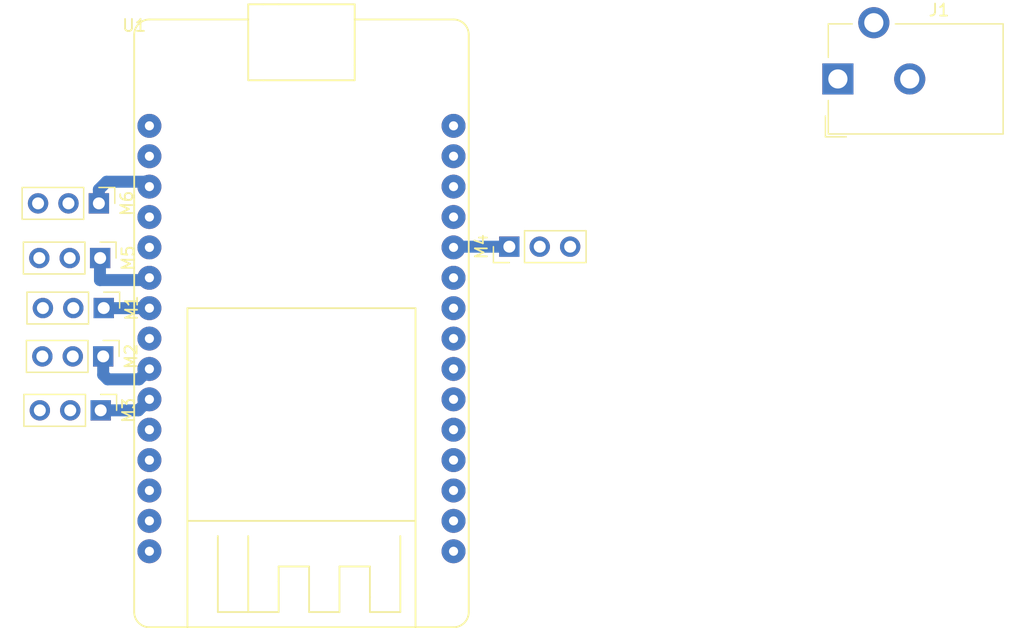
<source format=kicad_pcb>
(kicad_pcb (version 20240108) (generator "pcbnew") (generator_version "8.0")
  (layers (0 "F.Cu" signal) (31 "B.Cu" signal) (34 "B.Paste" user) (35 "F.Paste" user) (36 "B.SilkS" user "B.Silkscreen") (37 "F.SilkS" user "F.Silkscreen") (38 "B.Mask" user) (39 "F.Mask" user) (44 "Edge.Cuts" user))
  (net 0 "")
  (net 1 "GND")
  (net 2 "+12V")
  (net 3 "PWM3")
  (net 4 "PWM2")
  (net 5 "PWM1")
  (net 6 "PWM6")
  (net 7 "PWM4")
  (net 8 "PWM5")
  (net 11 "VccPlaca")
  (net 25 "GndPlaca")
  (footprint "Connector_PinHeader_2.54mm:PinHeader_1x03_P2.54mm_Vertical" (layer "F.Cu") (at 92.94 124.85 -90)
    (property "Reference" "M2" (at 0 -2.33 90) (layer "F.SilkS"))
    (property "Value" "Motor_Servo")
    (fp_line (start -1.33 6.41) (end 1.33 6.41) (stroke (width 0.12)) (layer "F.SilkS"))
    (fp_line (start -1.33 1.27) (end -1.33 6.41) (stroke (width 0.12)) (layer "F.SilkS"))
    (fp_line (start -1.33 1.27) (end 1.33 1.27) (stroke (width 0.12)) (layer "F.SilkS"))
    (fp_line (start 1.33 1.27) (end 1.33 6.41) (stroke (width 0.12)) (layer "F.SilkS"))
    (fp_line (start -1.33 0) (end -1.33 -1.33) (stroke (width 0.12)) (layer "F.SilkS"))
    (fp_line (start -1.33 -1.33) (end 0 -1.33) (stroke (width 0.12)) (layer "F.SilkS"))
    (pad "1" thru_hole rect (at 0 0 270) (size 1.7 1.7) (drill 1) (layers "*.Cu" "*.Mask") (net 4 "PWM2"))
    (pad "2" thru_hole oval (at 0 2.54 270) (size 1.7 1.7) (drill 1) (layers "*.Cu" "*.Mask") (net 2 "+12V"))
    (pad "3" thru_hole oval (at 0 5.08 270) (size 1.7 1.7) (drill 1) (layers "*.Cu" "*.Mask") (net 1 "GND"))
  )
  (footprint "Connector_BarrelJack:BarrelJack_CUI_PJ-102AH_Horizontal" (layer "F.Cu") (at 154.3 101.66 90)
    (property "Reference" "J1" (at 5.75 8.45 360) (layer "F.SilkS"))
    (property "Value" "Barrel_Jack_MountingPin")
    (fp_line (start -4.84 -1.04) (end -3.1 -1.04) (stroke (width 0.12)) (layer "F.SilkS"))
    (fp_line (start 4.6 -0.8) (end 4.6 1.2) (stroke (width 0.12)) (layer "F.SilkS"))
    (fp_line (start 1.8 -0.8) (end 4.6 -0.8) (stroke (width 0.12)) (layer "F.SilkS"))
    (fp_line (start -4.6 -0.8) (end -1.8 -0.8) (stroke (width 0.12)) (layer "F.SilkS"))
    (fp_line (start -4.84 0.7) (end -4.84 -1.04) (stroke (width 0.12)) (layer "F.SilkS"))
    (fp_line (start 4.6 4.8) (end 4.6 13.8) (stroke (width 0.12)) (layer "F.SilkS"))
    (fp_line (start 4.6 13.8) (end -4.6 13.8) (stroke (width 0.12)) (layer "F.SilkS"))
    (fp_line (start -4.6 13.8) (end -4.6 -0.8) (stroke (width 0.12)) (layer "F.SilkS"))
    (pad "1" thru_hole rect (at 0 0 90) (size 2.6 2.6) (drill 1.6) (layers "*.Cu" "*.Mask") (net 2 "+12V"))
    (pad "2" thru_hole circle (at 0 6 90) (size 2.6 2.6) (drill 1.6) (layers "*.Cu" "*.Mask") (net 1 "GND"))
    (pad "3" thru_hole circle (at 4.7 3 90) (size 2.6 2.6) (drill 1.6) (layers "*.Cu" "*.Mask"))
  )
  (footprint "Connector_PinHeader_2.54mm:PinHeader_1x03_P2.54mm_Vertical" (layer "F.Cu") (at 92.985 120.81 -90)
    (property "Reference" "M1" (at 0 -2.33 90) (layer "F.SilkS"))
    (property "Value" "Motor_Servo")
    (fp_line (start -1.33 6.41) (end 1.33 6.41) (stroke (width 0.12)) (layer "F.SilkS"))
    (fp_line (start -1.33 1.27) (end -1.33 6.41) (stroke (width 0.12)) (layer "F.SilkS"))
    (fp_line (start -1.33 1.27) (end 1.33 1.27) (stroke (width 0.12)) (layer "F.SilkS"))
    (fp_line (start 1.33 1.27) (end 1.33 6.41) (stroke (width 0.12)) (layer "F.SilkS"))
    (fp_line (start -1.33 0) (end -1.33 -1.33) (stroke (width 0.12)) (layer "F.SilkS"))
    (fp_line (start -1.33 -1.33) (end 0 -1.33) (stroke (width 0.12)) (layer "F.SilkS"))
    (pad "1" thru_hole rect (at 0 0 270) (size 1.7 1.7) (drill 1) (layers "*.Cu" "*.Mask") (net 3 "PWM3"))
    (pad "2" thru_hole oval (at 0 2.54 270) (size 1.7 1.7) (drill 1) (layers "*.Cu" "*.Mask") (net 2 "+12V"))
    (pad "3" thru_hole oval (at 0 5.08 270) (size 1.7 1.7) (drill 1) (layers "*.Cu" "*.Mask") (net 1 "GND"))
  )
  (footprint "Connector_PinHeader_2.54mm:PinHeader_1x03_P2.54mm_Vertical" (layer "F.Cu") (at 92.58 112.06 -90)
    (property "Reference" "M6" (at 0 -2.33 90) (layer "F.SilkS"))
    (property "Value" "Motor_Servo")
    (fp_line (start -1.33 6.41) (end 1.33 6.41) (stroke (width 0.12)) (layer "F.SilkS"))
    (fp_line (start -1.33 1.27) (end -1.33 6.41) (stroke (width 0.12)) (layer "F.SilkS"))
    (fp_line (start -1.33 1.27) (end 1.33 1.27) (stroke (width 0.12)) (layer "F.SilkS"))
    (fp_line (start 1.33 1.27) (end 1.33 6.41) (stroke (width 0.12)) (layer "F.SilkS"))
    (fp_line (start -1.33 0) (end -1.33 -1.33) (stroke (width 0.12)) (layer "F.SilkS"))
    (fp_line (start -1.33 -1.33) (end 0 -1.33) (stroke (width 0.12)) (layer "F.SilkS"))
    (pad "1" thru_hole rect (at 0 0 270) (size 1.7 1.7) (drill 1) (layers "*.Cu" "*.Mask") (net 8 "PWM5"))
    (pad "2" thru_hole oval (at 0 2.54 270) (size 1.7 1.7) (drill 1) (layers "*.Cu" "*.Mask") (net 2 "+12V"))
    (pad "3" thru_hole oval (at 0 5.08 270) (size 1.7 1.7) (drill 1) (layers "*.Cu" "*.Mask") (net 1 "GND"))
  )
  (footprint "Connector_PinHeader_2.54mm:PinHeader_1x03_P2.54mm_Vertical" (layer "F.Cu") (at 92.685 116.63 -90)
    (property "Reference" "M5" (at 0 -2.33 90) (layer "F.SilkS"))
    (property "Value" "Motor_Servo")
    (fp_line (start -1.33 6.41) (end 1.33 6.41) (stroke (width 0.12)) (layer "F.SilkS"))
    (fp_line (start -1.33 1.27) (end -1.33 6.41) (stroke (width 0.12)) (layer "F.SilkS"))
    (fp_line (start -1.33 1.27) (end 1.33 1.27) (stroke (width 0.12)) (layer "F.SilkS"))
    (fp_line (start 1.33 1.27) (end 1.33 6.41) (stroke (width 0.12)) (layer "F.SilkS"))
    (fp_line (start -1.33 0) (end -1.33 -1.33) (stroke (width 0.12)) (layer "F.SilkS"))
    (fp_line (start -1.33 -1.33) (end 0 -1.33) (stroke (width 0.12)) (layer "F.SilkS"))
    (pad "1" thru_hole rect (at 0 0 270) (size 1.7 1.7) (drill 1) (layers "*.Cu" "*.Mask") (net 7 "PWM4"))
    (pad "2" thru_hole oval (at 0 2.54 270) (size 1.7 1.7) (drill 1) (layers "*.Cu" "*.Mask") (net 2 "+12V"))
    (pad "3" thru_hole oval (at 0 5.08 270) (size 1.7 1.7) (drill 1) (layers "*.Cu" "*.Mask") (net 1 "GND"))
  )
  (footprint "DOIT_ESP32:DOIT_ESP32_Devkit_mirko" (layer "F.Cu") (at 95.53 96.69)
    (property "Reference" "U1" (at 0 0.5 0) (layer "F.SilkS"))
    (property "Value" "ESP32-Devkit-V1")
    (fp_line (start 0 49.53) (end 0 1.27) (stroke (width 0.15)) (layer "F.SilkS"))
    (fp_line (start 1.27 50.8) (end 26.67 50.8) (stroke (width 0.15)) (layer "F.SilkS"))
    (fp_line (start 4.445 24.13) (end 23.495 24.13) (stroke (width 0.15)) (layer "F.SilkS"))
    (fp_line (start 4.445 50.8) (end 4.445 24.13) (stroke (width 0.15)) (layer "F.SilkS"))
    (fp_line (start 6.985 43.18) (end 6.985 49.53) (stroke (width 0.15)) (layer "F.SilkS"))
    (fp_line (start 6.985 49.53) (end 9.525 49.53) (stroke (width 0.15)) (layer "F.SilkS"))
    (fp_line (start 9.525 -1.27) (end 9.525 5.08) (stroke (width 0.15)) (layer "F.SilkS"))
    (fp_line (start 9.525 0) (end 1.27 0) (stroke (width 0.15)) (layer "F.SilkS"))
    (fp_line (start 9.525 5.08) (end 10.795 5.08) (stroke (width 0.15)) (layer "F.SilkS"))
    (fp_line (start 9.525 49.53) (end 9.525 43.18) (stroke (width 0.15)) (layer "F.SilkS"))
    (fp_line (start 9.525 49.53) (end 12.065 49.53) (stroke (width 0.15)) (layer "F.SilkS"))
    (fp_line (start 10.795 -1.27) (end 9.525 -1.27) (stroke (width 0.15)) (layer "F.SilkS"))
    (fp_line (start 12.065 -1.27) (end 10.795 -1.27) (stroke (width 0.15)) (layer "F.SilkS"))
    (fp_line (start 12.065 -1.27) (end 18.415 -1.27) (stroke (width 0.15)) (layer "F.SilkS"))
    (fp_line (start 12.065 45.72) (end 14.605 45.72) (stroke (width 0.15)) (layer "F.SilkS"))
    (fp_line (start 12.065 46.99) (end 12.065 45.72) (stroke (width 0.15)) (layer "F.SilkS"))
    (fp_line (start 12.065 49.53) (end 12.065 46.99) (stroke (width 0.15)) (layer "F.SilkS"))
    (fp_line (start 14.605 45.72) (end 14.605 49.53) (stroke (width 0.15)) (layer "F.SilkS"))
    (fp_line (start 14.605 49.53) (end 17.145 49.53) (stroke (width 0.15)) (layer "F.SilkS"))
    (fp_line (start 17.145 45.72) (end 19.685 45.72) (stroke (width 0.15)) (layer "F.SilkS"))
    (fp_line (start 17.145 49.53) (end 17.145 45.72) (stroke (width 0.15)) (layer "F.SilkS"))
    (fp_line (start 18.415 -1.27) (end 18.415 2.54) (stroke (width 0.15)) (layer "F.SilkS"))
    (fp_line (start 18.415 0) (end 26.67 0) (stroke (width 0.15)) (layer "F.SilkS"))
    (fp_line (start 18.415 3.81) (end 18.415 2.54) (stroke (width 0.15)) (layer "F.SilkS"))
    (fp_line (start 18.415 3.81) (end 18.415 5.08) (stroke (width 0.15)) (layer "F.SilkS"))
    (fp_line (start 18.415 5.08) (end 10.795 5.08) (stroke (width 0.15)) (layer "F.SilkS"))
    (fp_line (start 19.685 45.72) (end 19.685 48.26) (stroke (width 0.15)) (layer "F.SilkS"))
    (fp_line (start 19.685 48.26) (end 19.685 49.53) (stroke (width 0.15)) (layer "F.SilkS"))
    (fp_line (start 19.685 49.53) (end 22.225 49.53) (stroke (width 0.15)) (layer "F.SilkS"))
    (fp_line (start 22.225 49.53) (end 22.225 43.18) (stroke (width 0.15)) (layer "F.SilkS"))
    (fp_line (start 23.495 24.13) (end 23.495 50.8) (stroke (width 0.15)) (layer "F.SilkS"))
    (fp_line (start 23.495 41.91) (end 4.445 41.91) (stroke (width 0.15)) (layer "F.SilkS"))
    (fp_line (start 27.94 1.27) (end 27.94 49.53) (stroke (width 0.15)) (layer "F.SilkS"))
    (fp_arc (start 0 1.27) (mid 0.371974 0.371974) (end 1.27 0) (stroke (width 0.15)) (layer "F.SilkS"))
    (fp_arc (start 1.27 50.8) (mid 0.371974 50.428026) (end 0 49.53) (stroke (width 0.15)) (layer "F.SilkS"))
    (fp_arc (start 26.67 0) (mid 27.568026 0.371974) (end 27.94 1.27) (stroke (width 0.15)) (layer "F.SilkS"))
    (fp_arc (start 27.94 49.53) (mid 27.568026 50.428026) (end 26.67 50.8) (stroke (width 0.15)) (layer "F.SilkS"))
    (pad "1" thru_hole circle (at 26.67 8.89) (size 2 2) (drill 0.762) (layers "*.Cu" "*.Mask") (net 11 "VccPlaca"))
    (pad "2" thru_hole circle (at 26.67 11.43) (size 2 2) (drill 0.762) (layers "*.Cu" "*.Mask"))
    (pad "3" thru_hole circle (at 26.67 13.97) (size 2 2) (drill 0.762) (layers "*.Cu" "*.Mask"))
    (pad "4" thru_hole circle (at 26.67 16.51) (size 2 2) (drill 0.762) (layers "*.Cu" "*.Mask"))
    (pad "5" thru_hole circle (at 26.67 19.05) (size 2 2) (drill 0.762) (layers "*.Cu" "*.Mask") (net 6 "PWM6"))
    (pad "6" thru_hole circle (at 26.67 21.59) (size 2 2) (drill 0.762) (layers "*.Cu" "*.Mask"))
    (pad "7" thru_hole circle (at 26.67 24.13) (size 2 2) (drill 0.762) (layers "*.Cu" "*.Mask"))
    (pad "8" thru_hole circle (at 26.67 26.67) (size 2 2) (drill 0.762) (layers "*.Cu" "*.Mask"))
    (pad "9" thru_hole circle (at 26.67 29.21) (size 2 2) (drill 0.762) (layers "*.Cu" "*.Mask"))
    (pad "10" thru_hole circle (at 26.67 31.75) (size 2 2) (drill 0.762) (layers "*.Cu" "*.Mask"))
    (pad "11" thru_hole circle (at 26.67 34.29) (size 2 2) (drill 0.762) (layers "*.Cu" "*.Mask"))
    (pad "12" thru_hole circle (at 26.67 36.83) (size 2 2) (drill 0.762) (layers "*.Cu" "*.Mask"))
    (pad "13" thru_hole circle (at 26.67 39.37) (size 2 2) (drill 0.762) (layers "*.Cu" "*.Mask"))
    (pad "14" thru_hole circle (at 26.67 41.91) (size 2 2) (drill 0.762) (layers "*.Cu" "*.Mask"))
    (pad "15" thru_hole circle (at 26.67 44.45) (size 2 2) (drill 0.762) (layers "*.Cu" "*.Mask"))
    (pad "16" thru_hole circle (at 1.27 44.45) (size 2 2) (drill 0.762) (layers "*.Cu" "*.Mask"))
    (pad "17" thru_hole circle (at 1.27 41.91) (size 2 2) (drill 0.762) (layers "*.Cu" "*.Mask"))
    (pad "18" thru_hole circle (at 1.27 39.37) (size 2 2) (drill 0.762) (layers "*.Cu" "*.Mask"))
    (pad "19" thru_hole circle (at 1.27 36.83) (size 2 2) (drill 0.762) (layers "*.Cu" "*.Mask"))
    (pad "20" thru_hole circle (at 1.27 34.29) (size 2 2) (drill 0.762) (layers "*.Cu" "*.Mask"))
    (pad "21" thru_hole circle (at 1.27 31.75) (size 2 2) (drill 0.762) (layers "*.Cu" "*.Mask") (net 5 "PWM1"))
    (pad "22" thru_hole circle (at 1.27 29.21) (size 2 2) (drill 0.762) (layers "*.Cu" "*.Mask") (net 4 "PWM2"))
    (pad "23" thru_hole circle (at 1.27 26.67) (size 2 2) (drill 0.762) (layers "*.Cu" "*.Mask"))
    (pad "24" thru_hole circle (at 1.27 24.13) (size 2 2) (drill 0.762) (layers "*.Cu" "*.Mask") (net 3 "PWM3"))
    (pad "25" thru_hole circle (at 1.27 21.59) (size 2 2) (drill 0.762) (layers "*.Cu" "*.Mask") (net 7 "PWM4"))
    (pad "26" thru_hole circle (at 1.27 19.05) (size 2 2) (drill 0.762) (layers "*.Cu" "*.Mask"))
    (pad "27" thru_hole circle (at 1.27 16.51) (size 2 2) (drill 0.762) (layers "*.Cu" "*.Mask"))
    (pad "28" thru_hole circle (at 1.27 13.97) (size 2 2) (drill 0.762) (layers "*.Cu" "*.Mask") (net 8 "PWM5"))
    (pad "29" thru_hole circle (at 1.27 11.43) (size 2 2) (drill 0.762) (layers "*.Cu" "*.Mask") (net 25 "GndPlaca"))
    (pad "30" thru_hole circle (at 1.27 8.89) (size 2 2) (drill 0.762) (layers "*.Cu" "*.Mask"))
  )
  (footprint "Connector_PinHeader_2.54mm:PinHeader_1x03_P2.54mm_Vertical" (layer "F.Cu") (at 126.86 115.68 90)
    (property "Reference" "M4" (at 0 -2.33 270) (layer "F.SilkS"))
    (property "Value" "Motor_Servo")
    (fp_line (start -1.33 -1.33) (end 0 -1.33) (stroke (width 0.12)) (layer "F.SilkS"))
    (fp_line (start -1.33 0) (end -1.33 -1.33) (stroke (width 0.12)) (layer "F.SilkS"))
    (fp_line (start 1.33 1.27) (end 1.33 6.41) (stroke (width 0.12)) (layer "F.SilkS"))
    (fp_line (start -1.33 1.27) (end 1.33 1.27) (stroke (width 0.12)) (layer "F.SilkS"))
    (fp_line (start -1.33 1.27) (end -1.33 6.41) (stroke (width 0.12)) (layer "F.SilkS"))
    (fp_line (start -1.33 6.41) (end 1.33 6.41) (stroke (width 0.12)) (layer "F.SilkS"))
    (pad "1" thru_hole rect (at 0 0 90) (size 1.7 1.7) (drill 1) (layers "*.Cu" "*.Mask") (net 6 "PWM6"))
    (pad "2" thru_hole oval (at 0 2.54 90) (size 1.7 1.7) (drill 1) (layers "*.Cu" "*.Mask") (net 2 "+12V"))
    (pad "3" thru_hole oval (at 0 5.08 90) (size 1.7 1.7) (drill 1) (layers "*.Cu" "*.Mask") (net 1 "GND"))
  )
  (footprint "Connector_PinHeader_2.54mm:PinHeader_1x03_P2.54mm_Vertical" (layer "F.Cu") (at 92.73 129.36 -90)
    (property "Reference" "M3" (at 0 -2.33 90) (layer "F.SilkS"))
    (property "Value" "Motor_Servo")
    (fp_line (start -1.33 6.41) (end 1.33 6.41) (stroke (width 0.12)) (layer "F.SilkS"))
    (fp_line (start -1.33 1.27) (end -1.33 6.41) (stroke (width 0.12)) (layer "F.SilkS"))
    (fp_line (start -1.33 1.27) (end 1.33 1.27) (stroke (width 0.12)) (layer "F.SilkS"))
    (fp_line (start 1.33 1.27) (end 1.33 6.41) (stroke (width 0.12)) (layer "F.SilkS"))
    (fp_line (start -1.33 0) (end -1.33 -1.33) (stroke (width 0.12)) (layer "F.SilkS"))
    (fp_line (start -1.33 -1.33) (end 0 -1.33) (stroke (width 0.12)) (layer "F.SilkS"))
    (pad "1" thru_hole rect (at 0 0 270) (size 1.7 1.7) (drill 1) (layers "*.Cu" "*.Mask") (net 5 "PWM1"))
    (pad "2" thru_hole oval (at 0 2.54 270) (size 1.7 1.7) (drill 1) (layers "*.Cu" "*.Mask") (net 2 "+12V"))
    (pad "3" thru_hole oval (at 0 5.08 270) (size 1.7 1.7) (drill 1) (layers "*.Cu" "*.Mask") (net 1 "GND"))
  )
  (segment (start 92.985 120.81) (end 92.995 120.82) (width 1) (layer "B.Cu") (net 3))
  (segment (start 92.995 120.82) (end 96.8 120.82) (width 1) (layer "B.Cu") (net 3))
  (segment (start 92.94 126.39) (end 93.32 126.77) (width 1) (layer "B.Cu") (net 4))
  (segment (start 93.32 126.77) (end 95.93 126.77) (width 1) (layer "B.Cu") (net 4))
  (segment (start 95.93 126.77) (end 96.8 125.9) (width 1) (layer "B.Cu") (net 4))
  (segment (start 96.67 126.03) (end 96.8 125.9) (width 1) (layer "B.Cu") (net 4))
  (segment (start 92.94 124.85) (end 92.94 126.39) (width 1) (layer "B.Cu") (net 4))
  (segment (start 92.73 129.36) (end 95.88 129.36) (width 1) (layer "B.Cu") (net 5))
  (segment (start 95.88 129.36) (end 96.8 128.44) (width 1) (layer "B.Cu") (net 5))
  (segment (start 122.26 115.68) (end 122.2 115.74) (width 1) (layer "B.Cu") (net 6))
  (segment (start 126.86 115.68) (end 122.26 115.68) (width 1) (layer "B.Cu") (net 6))
  (segment (start 92.67 116.645) (end 92.67 118.47) (width 1) (layer "B.Cu") (net 7))
  (segment (start 96.61 118.47) (end 96.8 118.28) (width 1) (layer "B.Cu") (net 7))
  (segment (start 92.67 118.47) (end 96.61 118.47) (width 1) (layer "B.Cu") (net 7))
  (segment (start 92.685 116.63) (end 92.67 116.645) (width 1) (layer "B.Cu") (net 7))
  (segment (start 93.23 110.25) (end 96.39 110.25) (width 1) (layer "B.Cu") (net 8))
  (segment (start 96.39 110.25) (end 96.8 110.66) (width 1) (layer "B.Cu") (net 8))
  (segment (start 92.58 110.9) (end 93.23 110.25) (width 1) (layer "B.Cu") (net 8))
  (segment (start 92.58 112.06) (end 92.58 110.9) (width 1) (layer "B.Cu") (net 8))
)
</source>
